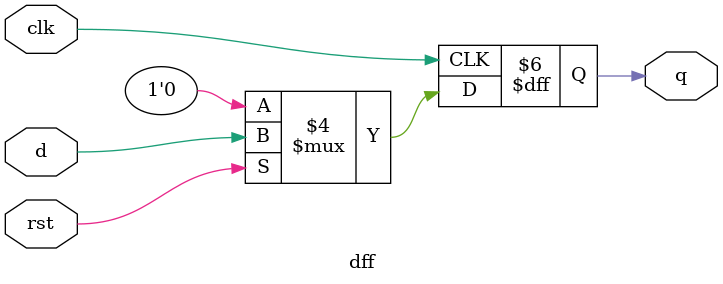
<source format=v>
`timescale 1ns / 1ps
module dff(
 d,q,clk,rst   );

input d,clk,rst; 
output q; 
reg q; 

always @(posedge clk) 

	begin 

		if(rst == 1'b0) 
			begin 
			
				q=0;
			
			end 
		else  

			q=d;

	end


endmodule














</source>
